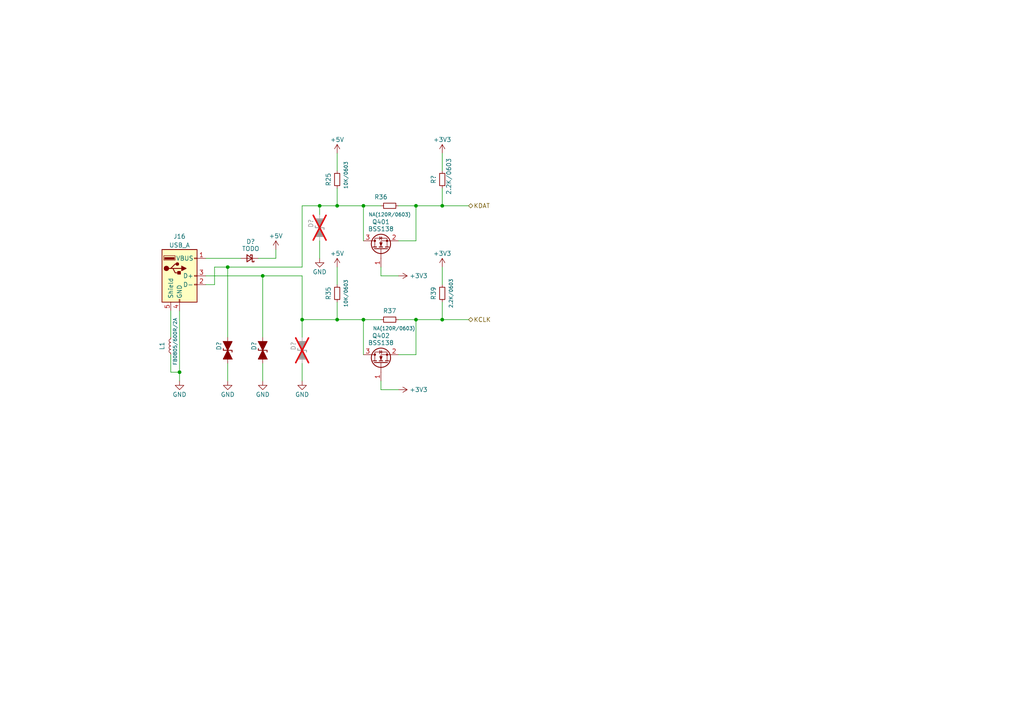
<source format=kicad_sch>
(kicad_sch (version 20230121) (generator eeschema)
  (paper "A4")
  (lib_symbols
    (symbol "Device:D_Schottky_Small" (pin_numbers hide) (pin_names (offset 0.254) hide)
      (property "Reference" "D" (at -1.27 2.032 0))
      (property "Value" "D_Schottky_Small" (at -7.112 -2.032 0))
      (symbol "D_Schottky_Small_0_1"
        (polyline (pts (xy -0.762 0) (xy 0.762 0)))
        (polyline (pts (xy 0.762 -1.016) (xy -0.762 0) (xy 0.762 1.016) (xy 0.762 -1.016)) (stroke (width 0.254)))
        (polyline (pts (xy -1.27 0.762) (xy -1.27 1.016) (xy -0.762 1.016) (xy -0.762 -1.016) (xy -0.254 -1.016) (xy -0.254 -0.762)) (stroke (width 0.254)))
      )
      (symbol "D_Schottky_Small_1_1"
        (pin passive line (at -2.54 0 0) (length 1.778) (name "K") (number "1"))
        (pin passive line (at 2.54 0 180) (length 1.778) (name "A") (number "2"))
      )
    )
    (symbol "Device:D_TVS_Filled" (pin_numbers hide) (pin_names (offset 1.016) hide)
      (property "Reference" "D" (at 0 2.54 0))
      (property "Value" "D_TVS_Filled" (at 0 -2.54 0))
      (symbol "D_TVS_Filled_0_1"
        (polyline (pts (xy 1.27 0) (xy -1.27 0)))
        (polyline (pts (xy -2.54 -1.27) (xy 0 0) (xy -2.54 1.27) (xy -2.54 -1.27)) (stroke (width 0.254)) (fill (type outline)))
        (polyline (pts (xy 0.508 1.27) (xy 0 1.27) (xy 0 -1.27) (xy -0.508 -1.27)) (stroke (width 0.254)))
        (polyline (pts (xy 2.54 1.27) (xy 2.54 -1.27) (xy 0 0) (xy 2.54 1.27)) (stroke (width 0.254)) (fill (type outline)))
      )
      (symbol "D_TVS_Filled_1_1"
        (pin passive line (at -3.81 0 0) (length 2.54) (name "A1") (number "1"))
        (pin passive line (at 3.81 0 180) (length 2.54) (name "A2") (number "2"))
      )
    )
    (symbol "Device:L_Small" (pin_numbers hide) (pin_names (offset 0.254) hide)
      (property "Reference" "L" (at 0.762 1.016 0))
      (property "Value" "L_Small" (at 0.762 -1.016 0))
      (symbol "L_Small_0_1"
        (arc (start 0 -2.032) (mid 0.5058 -1.524) (end 0 -1.016))
        (arc (start 0 -1.016) (mid 0.5058 -0.508) (end 0 0))
        (arc (start 0 0) (mid 0.5058 0.508) (end 0 1.016))
        (arc (start 0 1.016) (mid 0.5058 1.524) (end 0 2.032))
      )
      (symbol "L_Small_1_1"
        (pin passive line (at 0 2.54 270) (length 0.508) (name "~") (number "1"))
        (pin passive line (at 0 -2.54 90) (length 0.508) (name "~") (number "2"))
      )
    )
    (symbol "Device:R_Small" (pin_numbers hide) (pin_names (offset 0.254) hide)
      (property "Reference" "R" (at 0.762 0.508 0))
      (property "Value" "R_Small" (at 0.762 -1.016 0))
      (symbol "R_Small_0_1"
        (rectangle (start -0.762 1.778) (end 0.762 -1.778) (stroke (width 0.2032)))
      )
      (symbol "R_Small_1_1"
        (pin passive line (at 0 2.54 270) (length 0.762) (name "~") (number "1"))
        (pin passive line (at 0 -2.54 90) (length 0.762) (name "~") (number "2"))
      )
    )
    (symbol "Tiny_Z80:USB_A_Keyboard" (pin_names (offset 1.016))
      (property "Reference" "J16" (at 0 11.43 0))
      (property "Value" "USB_A" (at 0 8.89 0))
      (symbol "USB_A_Keyboard_0_1"
        (rectangle (start -5.08 -7.62) (end 5.08 7.62) (stroke (width 0.254)) (fill (type background)))
        (circle (center -3.81 2.159) (radius 0.635) (stroke (width 0.254)) (fill (type outline)))
        (rectangle (start -1.524 4.826) (end -4.318 5.334) (fill (type outline)))
        (rectangle (start -1.27 4.572) (end -4.572 5.842))
        (circle (center -0.635 3.429) (radius 0.381) (stroke (width 0.254)) (fill (type outline)))
        (rectangle (start -0.127 -7.62) (end 0.127 -6.858))
        (polyline (pts (xy -3.175 2.159) (xy -2.54 2.159) (xy -1.27 3.429) (xy -0.635 3.429)) (stroke (width 0.254)))
        (polyline (pts (xy -2.54 2.159) (xy -1.905 2.159) (xy -1.27 0.889) (xy 0 0.889)) (stroke (width 0.254)))
        (polyline (pts (xy 0.635 2.794) (xy 0.635 1.524) (xy 1.905 2.159) (xy 0.635 2.794)) (stroke (width 0.254)) (fill (type outline)))
        (rectangle (start 0.254 1.27) (end -0.508 0.508) (stroke (width 0.254)) (fill (type outline)))
        (rectangle (start 5.08 -2.667) (end 4.318 -2.413))
        (rectangle (start 5.08 -0.127) (end 4.318 0.127))
        (rectangle (start 5.08 4.953) (end 4.318 5.207))
      )
      (symbol "USB_A_Keyboard_1_1"
        (polyline (pts (xy -1.905 2.159) (xy 0.635 2.159)) (stroke (width 0.254)))
        (pin input line (at 7.62 5.08 180) (length 2.54) (name "VBUS") (number "1"))
        (pin bidirectional line (at 7.62 -2.54 180) (length 2.54) (name "D-") (number "2"))
        (pin bidirectional line (at 7.62 0 180) (length 2.54) (name "D+") (number "3"))
        (pin power_in line (at 0 -10.16 90) (length 2.54) (name "GND") (number "4"))
        (pin passive line (at -2.54 -10.16 90) (length 2.54) (name "Shield") (number "5"))
      )
    )
    (symbol "Transistor_FET:BSS138" (pin_names hide)
      (property "Reference" "Q" (at 5.08 1.905 0))
      (property "Value" "BSS138" (at 5.08 0 0))
      (symbol "BSS138_0_1"
        (polyline (pts (xy 0.254 0) (xy -2.54 0)))
        (polyline (pts (xy 0.254 1.905) (xy 0.254 -1.905)) (stroke (width 0.254)))
        (polyline (pts (xy 0.762 -1.27) (xy 0.762 -2.286)) (stroke (width 0.254)))
        (polyline (pts (xy 0.762 0.508) (xy 0.762 -0.508)) (stroke (width 0.254)))
        (polyline (pts (xy 0.762 2.286) (xy 0.762 1.27)) (stroke (width 0.254)))
        (polyline (pts (xy 2.54 2.54) (xy 2.54 1.778)))
        (polyline (pts (xy 2.54 -2.54) (xy 2.54 0) (xy 0.762 0)))
        (polyline (pts (xy 0.762 -1.778) (xy 3.302 -1.778) (xy 3.302 1.778) (xy 0.762 1.778)))
        (polyline (pts (xy 1.016 0) (xy 2.032 0.381) (xy 2.032 -0.381) (xy 1.016 0)) (fill (type outline)))
        (polyline (pts (xy 2.794 0.508) (xy 2.921 0.381) (xy 3.683 0.381) (xy 3.81 0.254)))
        (polyline (pts (xy 3.302 0.381) (xy 2.921 -0.254) (xy 3.683 -0.254) (xy 3.302 0.381)))
        (circle (center 1.651 0) (radius 2.794) (stroke (width 0.254)))
        (circle (center 2.54 -1.778) (radius 0.254) (fill (type outline)))
        (circle (center 2.54 1.778) (radius 0.254) (fill (type outline)))
      )
      (symbol "BSS138_1_1"
        (pin input line (at -5.08 0 0) (length 2.54) (name "G") (number "1"))
        (pin passive line (at 2.54 -5.08 90) (length 2.54) (name "S") (number "2"))
        (pin passive line (at 2.54 5.08 270) (length 2.54) (name "D") (number "3"))
      )
    )
    (symbol "power:+3V3" (power) (pin_names (offset 0))
      (property "Value" "+3V3" (at 0 3.556 0))
      (symbol "+3V3_0_1"
        (polyline (pts (xy -0.762 1.27) (xy 0 2.54)))
        (polyline (pts (xy 0 0) (xy 0 2.54)))
        (polyline (pts (xy 0 2.54) (xy 0.762 1.27)))
      )
      (symbol "+3V3_1_1"
        (pin power_in line (at 0 0 90) (length 0) hide (name "+3V3") (number "1"))
      )
    )
    (symbol "power:+5V" (power) (pin_names (offset 0))
      (property "Value" "+5V" (at 0 3.556 0))
      (symbol "+5V_0_1"
        (polyline (pts (xy -0.762 1.27) (xy 0 2.54)))
        (polyline (pts (xy 0 0) (xy 0 2.54)))
        (polyline (pts (xy 0 2.54) (xy 0.762 1.27)))
      )
      (symbol "+5V_1_1"
        (pin power_in line (at 0 0 90) (length 0) hide (name "+5V") (number "1"))
      )
    )
    (symbol "power:GND" (power) (pin_names (offset 0))
      (property "Value" "GND" (at 0 -3.81 0))
      (symbol "GND_0_1"
        (polyline (pts (xy 0 0) (xy 0 -1.27) (xy 1.27 -1.27) (xy 0 -2.54) (xy -1.27 -1.27) (xy 0 -1.27)))
      )
      (symbol "GND_1_1"
        (pin power_in line (at 0 0 270) (length 0) hide (name "GND") (number "1"))
      )
    )
  )
  (junction (at 97.79 59.69))
  (junction (at 76.2 80.01))
  (junction (at 105.41 59.69))
  (junction (at 120.65 92.71))
  (junction (at 66.04 77.47))
  (junction (at 128.27 92.71))
  (junction (at 87.63 92.71))
  (junction (at 105.41 92.71))
  (junction (at 128.27 59.69))
  (junction (at 97.79 92.71))
  (junction (at 120.65 59.69))
  (junction (at 92.71 59.69))
  (junction (at 52.07 107.95))
  (wire (pts (xy 115.57 102.87) (xy 120.65 102.87)))
  (wire (pts (xy 74.93 74.93) (xy 80.01 74.93)))
  (wire (pts (xy 105.41 59.69) (xy 97.79 59.69)))
  (wire (pts (xy 120.65 59.69) (xy 120.65 69.85)))
  (wire (pts (xy 128.27 54.61) (xy 128.27 59.69)))
  (wire (pts (xy 66.04 105.41) (xy 66.04 110.49)))
  (wire (pts (xy 87.63 92.71) (xy 97.79 92.71)))
  (wire (pts (xy 80.01 72.39) (xy 80.01 74.93)))
  (wire (pts (xy 110.49 80.01) (xy 115.57 80.01)))
  (wire (pts (xy 62.23 82.55) (xy 62.23 77.47)))
  (wire (pts (xy 66.04 77.47) (xy 66.04 97.79)))
  (wire (pts (xy 76.2 80.01) (xy 76.2 97.79)))
  (wire (pts (xy 97.79 77.47) (xy 97.79 82.55)))
  (wire (pts (xy 87.63 105.41) (xy 87.63 110.49)))
  (wire (pts (xy 105.41 92.71) (xy 110.49 92.71)))
  (wire (pts (xy 49.53 107.95) (xy 52.07 107.95)))
  (wire (pts (xy 128.27 59.69) (xy 135.89 59.69)))
  (wire (pts (xy 97.79 44.45) (xy 97.79 49.53)))
  (wire (pts (xy 120.65 102.87) (xy 120.65 92.71)))
  (wire (pts (xy 115.57 92.71) (xy 120.65 92.71)))
  (wire (pts (xy 105.41 59.69) (xy 110.49 59.69)))
  (wire (pts (xy 87.63 92.71) (xy 87.63 80.01)))
  (wire (pts (xy 49.53 90.17) (xy 49.53 97.79)))
  (wire (pts (xy 59.69 74.93) (xy 69.85 74.93)))
  (wire (pts (xy 92.71 69.85) (xy 92.71 74.93)))
  (wire (pts (xy 87.63 77.47) (xy 87.63 59.69)))
  (wire (pts (xy 115.57 59.69) (xy 120.65 59.69)))
  (wire (pts (xy 59.69 80.01) (xy 76.2 80.01)))
  (wire (pts (xy 128.27 92.71) (xy 135.89 92.71)))
  (wire (pts (xy 128.27 77.47) (xy 128.27 82.55)))
  (wire (pts (xy 87.63 92.71) (xy 87.63 97.79)))
  (wire (pts (xy 110.49 113.03) (xy 115.57 113.03)))
  (wire (pts (xy 52.07 107.95) (xy 52.07 90.17)))
  (wire (pts (xy 105.41 59.69) (xy 105.41 69.85)))
  (wire (pts (xy 110.49 110.49) (xy 110.49 113.03)))
  (wire (pts (xy 76.2 105.41) (xy 76.2 110.49)))
  (wire (pts (xy 62.23 77.47) (xy 66.04 77.47)))
  (wire (pts (xy 105.41 92.71) (xy 97.79 92.71)))
  (wire (pts (xy 97.79 54.61) (xy 97.79 59.69)))
  (wire (pts (xy 115.57 69.85) (xy 120.65 69.85)))
  (wire (pts (xy 52.07 110.49) (xy 52.07 107.95)))
  (wire (pts (xy 97.79 87.63) (xy 97.79 92.71)))
  (wire (pts (xy 110.49 77.47) (xy 110.49 80.01)))
  (wire (pts (xy 76.2 80.01) (xy 87.63 80.01)))
  (wire (pts (xy 59.69 82.55) (xy 62.23 82.55)))
  (wire (pts (xy 105.41 92.71) (xy 105.41 102.87)))
  (wire (pts (xy 87.63 59.69) (xy 92.71 59.69)))
  (wire (pts (xy 92.71 62.23) (xy 92.71 59.69)))
  (wire (pts (xy 128.27 87.63) (xy 128.27 92.71)))
  (wire (pts (xy 49.53 102.87) (xy 49.53 107.95)))
  (wire (pts (xy 92.71 59.69) (xy 97.79 59.69)))
  (wire (pts (xy 120.65 59.69) (xy 128.27 59.69)))
  (wire (pts (xy 128.27 44.45) (xy 128.27 49.53)))
  (wire (pts (xy 120.65 92.71) (xy 128.27 92.71)))
  (wire (pts (xy 66.04 77.47) (xy 87.63 77.47)))
  (hierarchical_label "KDAT" (shape bidirectional) (at 135.89 59.69 0))
  (hierarchical_label "KCLK" (shape bidirectional) (at 135.89 92.71 0))
  (symbol (lib_id "power:+5V") (at 97.79 77.47 0) (unit 1)
    (property "Reference" "#PWR0406" (effects hide))
    (property "Value" "+5V" (at 97.79 73.525 0))
  )
  (symbol (lib_id "power:+3V3") (at 115.57 80.01 270) (unit 1)
    (property "Reference" "#PWR0410" (effects hide))
    (property "Value" "+3V3" (at 118.745 80.01 90) (effects (justify left)))
  )
  (symbol (lib_id "Device:L_Small") (at 49.53 100.33 180) (unit 1)
    (property "Reference" "L1" (at 46.99 100.33 90))
    (property "Value" "FB0805/600R/2A" (at 50.8 99.06 90) (effects (font (size 1.016 1.016))))
    (property "Footprint" "Inductor_SMD:L_1008_2520Metric" (effects hide))
    (instances (project "14-z80-flash" (path "" (reference "L1") (unit 1)) (path "" (reference "L1") (unit 1))) (project "AgonLight2_Rev_B" (path "" (reference "L?") (unit 1)) (path "" (reference "L2") (unit 1)) (path "" (reference "L?") (unit 1)) (path "" (reference "L?") (unit 1)) (path "" (reference "L?") (unit 1))))
  )
  (symbol (lib_id "Device:D_Schottky_Small") (at 72.39 74.93 180) (unit 1)
    (property "Reference" "D?" (at 72.7075 70.08 0))
    (property "Value" "TODO" (at 72.7075 72.128 0))
    (property "Footprint" "Diode_SMD:D_SOD-123" (effects hide))
    (property "LCSC" "C2900723" (effects hide))
    (instances (project "14-z80-flash" (path "" (reference "D?") (unit 1)) (path "" (reference "D46") (unit 1))) (project "tn_vdp_v1_compact" (path "" (reference "D1") (unit 1))))
  )
  (symbol (lib_id "power:+3V3") (at 128.27 44.45 0) (unit 1)
    (property "Reference" "#PWR0408" (effects hide))
    (property "Value" "+3V3" (at 128.27 40.505 0))
  )
  (symbol (lib_id "power:GND") (at 52.07 110.49 0) (unit 1)
    (property "Reference" "#PWR0401" (effects hide))
    (property "Value" "GND" (at 52.07 114.435 0))
  )
  (symbol (lib_id "power:GND") (at 92.71 74.93 0) (unit 1)
    (property "Reference" "#PWR0412" (effects hide))
    (property "Value" "GND" (at 92.71 78.875 0))
  )
  (symbol (lib_id "Device:D_TVS_Filled") (at 66.04 101.6 90) (unit 1)
    (property "Reference" "D?" (at 63.5 99.06 0) (effects (justify right)))
    (property "Value" "0402ESDA-05N" (effects hide))
    (property "Footprint" "Diode_SMD:D_0402_1005Metric" (effects hide))
    (property "Datasheet" "https://datasheet.lcsc.com/lcsc/2304140030_BORN-0402ESDA-05N_C316049.pdf" (effects hide))
    (instances (project "14-z80-flash" (path "" (reference "D?") (unit 1)) (path "" (reference "D45") (unit 1))))
  )
  (symbol (lib_id "Device:R_Small") (at 113.03 59.69 270) (mirror x) (unit 1)
    (property "Reference" "R36" (at 110.49 57.15 90))
    (property "Value" "NA(120R/0603)" (at 113.03 62.23 90) (effects (font (size 1.016 1.016))))
    (property "Footprint" "Resistor_SMD:R_0603_1608Metric" (effects hide))
    (instances (project "14-z80-flash" (path "" (reference "R36") (unit 1)) (path "" (reference "R58") (unit 1))) (project "AgonLight2_Rev_B" (path "" (reference "R35") (unit 1))))
  )
  (symbol (lib_id "Transistor_FET:BSS138") (at 110.49 72.39 90) (unit 1)
    (property "Reference" "Q401" (at 110.49 64.365 90))
    (property "Value" "BSS138" (at 110.49 66.413 90))
    (property "Footprint" "Package_TO_SOT_SMD:SOT-23" (effects hide))
    (property "Datasheet" "https://www.onsemi.com/pub/Collateral/BSS138-D.PDF" (effects hide))
  )
  (symbol (lib_id "Device:R_Small") (at 97.79 52.07 0) (mirror y) (unit 1)
    (property "Reference" "R25" (at 95.25 52.07 90))
    (property "Value" "10K/0603" (at 100.33 50.8 90) (effects (font (size 1.016 1.016))))
    (property "Footprint" "Resistor_SMD:R_0603_1608Metric" (effects hide))
    (instances (project "14-z80-flash" (path "" (reference "R25") (unit 1)) (path "" (reference "R56") (unit 1))) (project "AgonLight2_Rev_B" (path "" (reference "R33") (unit 1))))
  )
  (symbol (lib_id "power:GND") (at 76.2 110.49 0) (unit 1)
    (property "Reference" "#PWR0403" (effects hide))
    (property "Value" "GND" (at 76.2 114.435 0))
  )
  (symbol (lib_id "power:+3V3") (at 128.27 77.47 0) (unit 1)
    (property "Reference" "#PWR0409" (effects hide))
    (property "Value" "+3V3" (at 128.27 73.525 0))
  )
  (symbol (lib_id "Device:D_TVS_Filled") (at 87.63 101.6 90) (unit 1) (in_bom no) (on_board no) (dnp yes)
    (property "Reference" "D?" (at 85.09 99.06 0) (effects (justify right)))
    (property "Value" "0402ESDA-05N" (effects hide))
    (property "Footprint" "Diode_SMD:D_0402_1005Metric" (effects hide))
    (property "Datasheet" "https://datasheet.lcsc.com/lcsc/2304140030_BORN-0402ESDA-05N_C316049.pdf" (effects hide))
    (instances (project "14-z80-flash" (path "" (reference "D?") (unit 1)) (path "" (reference "D401") (unit 1))))
  )
  (symbol (lib_id "Device:R_Small") (at 97.79 85.09 0) (mirror y) (unit 1)
    (property "Reference" "R35" (at 95.25 85.09 90))
    (property "Value" "10K/0603" (at 100.33 85.09 90) (effects (font (size 1.016 1.016))))
    (property "Footprint" "Resistor_SMD:R_0603_1608Metric" (effects hide))
    (instances (project "14-z80-flash" (path "" (reference "R35") (unit 1)) (path "" (reference "R57") (unit 1))) (project "AgonLight2_Rev_B" (path "" (reference "R34") (unit 1))))
  )
  (symbol (lib_id "power:+3V3") (at 115.57 113.03 270) (unit 1)
    (property "Reference" "#PWR0411" (effects hide))
    (property "Value" "+3V3" (at 118.745 113.03 90) (effects (justify left)))
  )
  (symbol (lib_id "power:GND") (at 66.04 110.49 0) (unit 1)
    (property "Reference" "#PWR0402" (effects hide))
    (property "Value" "GND" (at 66.04 114.435 0))
  )
  (symbol (lib_id "power:+5V") (at 80.01 72.39 0) (unit 1)
    (property "Reference" "#PWR0405" (effects hide))
    (property "Value" "+5V" (at 80.01 68.445 0))
  )
  (symbol (lib_id "Device:D_TVS_Filled") (at 76.2 101.6 90) (unit 1)
    (property "Reference" "D?" (at 73.66 99.06 0) (effects (justify right)))
    (property "Value" "0402ESDA-05N" (effects hide))
    (property "Footprint" "Diode_SMD:D_0402_1005Metric" (effects hide))
    (property "Datasheet" "https://datasheet.lcsc.com/lcsc/2304140030_BORN-0402ESDA-05N_C316049.pdf" (effects hide))
    (instances (project "14-z80-flash" (path "" (reference "D?") (unit 1)) (path "" (reference "D47") (unit 1))))
  )
  (symbol (lib_id "Device:D_TVS_Filled") (at 92.71 66.04 90) (unit 1) (in_bom no) (on_board no) (dnp yes)
    (property "Reference" "D?" (at 90.17 63.5 0) (effects (justify right)))
    (property "Value" "0402ESDA-05N" (effects hide))
    (property "Footprint" "Diode_SMD:D_0402_1005Metric" (effects hide))
    (property "Datasheet" "https://datasheet.lcsc.com/lcsc/2304140030_BORN-0402ESDA-05N_C316049.pdf" (effects hide))
    (instances (project "14-z80-flash" (path "" (reference "D?") (unit 1)) (path "" (reference "D402") (unit 1))))
  )
  (symbol (lib_id "Tiny_Z80:USB_A_Keyboard") (at 52.07 80.01 0) (unit 1)
    (property "Reference" "J16" (at 52.07 68.58 0))
    (property "Value" "USB_A" (at 52.07 71.12 0))
    (property "Footprint" "Connector_USB:USB_A_CONNFLY_DS1095-WNR0" (effects hide))
    (property "Datasheet" " ~" (effects hide))
  )
  (symbol (lib_id "power:GND") (at 87.63 110.49 0) (unit 1)
    (property "Reference" "#PWR0404" (effects hide))
    (property "Value" "GND" (at 87.63 114.435 0))
  )
  (symbol (lib_id "power:+5V") (at 97.79 44.45 0) (unit 1)
    (property "Reference" "#PWR0407" (effects hide))
    (property "Value" "+5V" (at 97.79 40.505 0))
  )
  (symbol (lib_id "Transistor_FET:BSS138") (at 110.49 105.41 90) (unit 1)
    (property "Reference" "Q402" (at 110.49 97.385 90))
    (property "Value" "BSS138" (at 110.49 99.433 90))
    (property "Footprint" "Package_TO_SOT_SMD:SOT-23" (effects hide))
    (property "Datasheet" "https://www.onsemi.com/pub/Collateral/BSS138-D.PDF" (effects hide))
  )
  (symbol (lib_id "Device:R_Small") (at 128.27 85.09 0) (mirror x) (unit 1)
    (property "Reference" "R39" (at 125.73 85.09 90))
    (property "Value" "2.2K/0603" (at 130.81 85.09 90) (effects (font (size 1.016 1.016))))
    (property "Footprint" "Resistor_SMD:R_0603_1608Metric" (effects hide))
    (instances (project "14-z80-flash" (path "" (reference "R39") (unit 1)) (path "" (reference "R61") (unit 1))) (project "AgonLight2_Rev_B" (path "" (reference "R38") (unit 1))))
  )
  (symbol (lib_id "Device:R_Small") (at 113.03 92.71 270) (mirror x) (unit 1)
    (property "Reference" "R37" (at 113.03 90.17 90))
    (property "Value" "NA(120R/0603)" (at 114.3 95.25 90) (effects (font (size 1.016 1.016))))
    (property "Footprint" "Resistor_SMD:R_0603_1608Metric" (effects hide))
    (instances (project "14-z80-flash" (path "" (reference "R37") (unit 1)) (path "" (reference "R59") (unit 1))) (project "AgonLight2_Rev_B" (path "" (reference "R36") (unit 1))))
  )
  (symbol (lib_id "Device:R_Small") (at 128.27 52.07 0) (unit 1)
    (property "Reference" "R?" (at 125.73 53.34 90) (effects (justify left)))
    (property "Value" "2.2K/0603" (at 130.175 56.515 90) (effects (justify left)))
    (property "Footprint" "Resistor_SMD:R_0603_1608Metric" (effects hide))
    (instances (project "14-z80-flash" (path "" (reference "R?") (unit 1)) (path "" (reference "R60") (unit 1))))
  )
)
</source>
